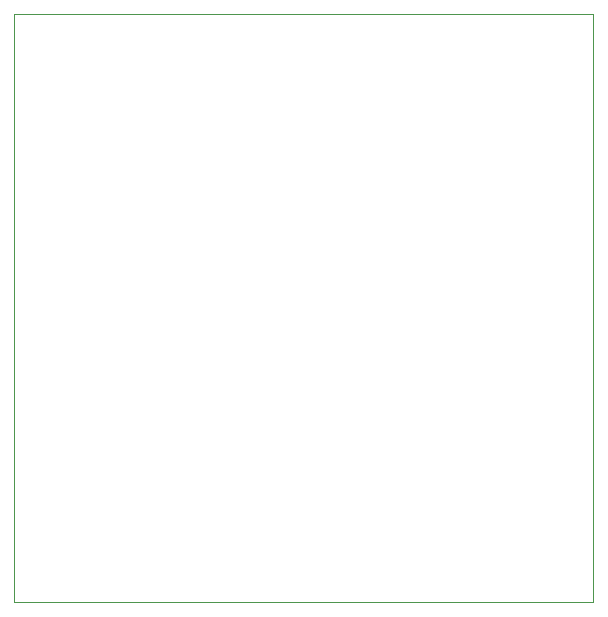
<source format=gbp>
G75*
%MOIN*%
%OFA0B0*%
%FSLAX25Y25*%
%IPPOS*%
%LPD*%
%AMOC8*
5,1,8,0,0,1.08239X$1,22.5*
%
%ADD10C,0.00000*%
D10*
X0001050Y0001050D02*
X0001050Y0197050D01*
X0194050Y0197050D01*
X0194050Y0001050D01*
X0001050Y0001050D01*
M02*

</source>
